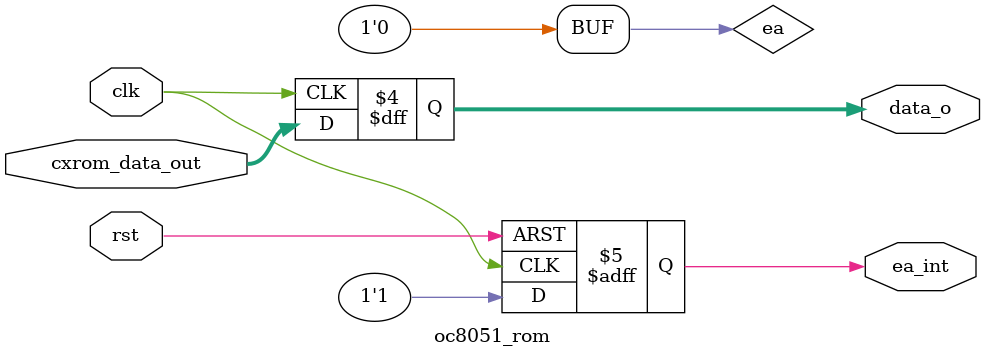
<source format=v>

`include "oc8051_defines.v"
/*verilator coverage_off */
module oc8051_rom (rst, clk, ea_int, data_o, cxrom_data_out);

    input rst, clk;
    input [31:0] cxrom_data_out;
    output ea_int;
    output [31:0] data_o;


    reg [31:0] data_o;
    wire ea;

    reg ea_int;


    assign ea = 1'b0;

    always @(posedge clk or posedge rst)
      if (rst) ea_int <= #1 1'b1;
      else ea_int <= #1 !ea;

    always @(posedge clk)
    begin
      data_o <= #1 cxrom_data_out;
    end

endmodule


/* verilator coverage_on */

</source>
